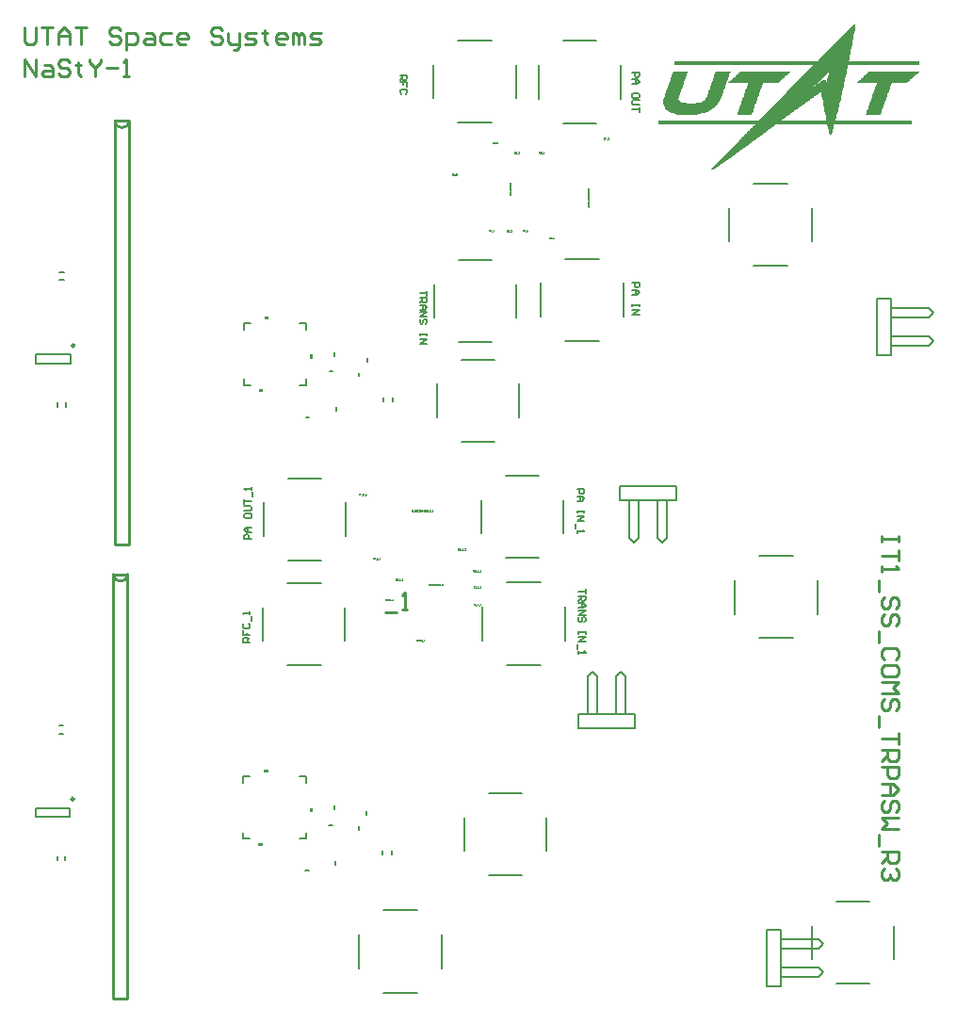
<source format=gto>
%FSLAX25Y25*%
%MOIN*%
G70*
G01*
G75*
%ADD10R,0.07000X0.07000*%
%ADD11C,0.06000*%
%ADD12R,0.07000X0.07000*%
%ADD13R,0.06850X0.06850*%
%ADD14R,0.02756X0.03543*%
%ADD15R,0.03543X0.02756*%
%ADD16R,0.02362X0.01969*%
%ADD17R,0.03740X0.03347*%
%ADD18R,0.01969X0.02362*%
%ADD19R,0.14600X0.14600*%
%ADD20R,0.01102X0.03347*%
%ADD21R,0.03347X0.01102*%
%ADD22R,0.02362X0.03347*%
%ADD23R,0.03150X0.03543*%
%ADD24R,0.10630X0.06299*%
%ADD25R,0.03543X0.03150*%
%ADD26R,0.06850X0.06850*%
%ADD27R,0.05906X0.05906*%
%ADD28R,0.00394X0.00394*%
%ADD29R,0.02520X0.01102*%
%ADD30R,0.09016X0.03504*%
%ADD31R,0.03740X0.03740*%
%ADD32R,0.01024X0.03152*%
%ADD33R,0.01555X0.01969*%
%ADD34R,0.00906X0.02953*%
%ADD35R,0.02953X0.00906*%
%ADD36R,0.03740X0.03740*%
%ADD37R,0.01969X0.01575*%
%ADD38R,0.01575X0.01969*%
%ADD39R,0.06299X0.10630*%
%ADD40R,0.05906X0.05906*%
%ADD41R,0.00394X0.00394*%
%ADD42R,0.01102X0.02520*%
%ADD43R,0.01969X0.01555*%
%ADD44R,0.03152X0.01024*%
%ADD45R,0.03504X0.09016*%
%ADD46C,0.02000*%
%ADD47C,0.01800*%
%ADD48C,0.00800*%
%ADD49C,0.01200*%
%ADD50C,0.01000*%
%ADD51C,0.04000*%
%ADD52C,0.02500*%
%ADD53C,0.01600*%
%ADD54C,0.01400*%
%ADD55C,0.03000*%
%ADD56C,0.03500*%
%ADD57R,0.08000X0.04000*%
%ADD58R,0.06127X0.02573*%
%ADD59R,0.02300X0.05200*%
%ADD60R,0.11500X0.03000*%
%ADD61R,0.22500X0.04500*%
%ADD62R,0.06500X0.07500*%
%ADD63R,0.10500X0.12500*%
%ADD64R,0.09500X0.14000*%
%ADD65R,0.02500X0.03000*%
%ADD66R,0.00532X0.00500*%
%ADD67R,0.01300X0.01400*%
%ADD68R,0.00469X0.00500*%
%ADD69R,0.01500X0.01432*%
%ADD70R,0.01102X0.02520*%
%ADD71R,0.11000X0.07500*%
%ADD72R,0.30764X0.02754*%
%ADD73R,0.06000X0.03747*%
%ADD74R,0.24764X0.03746*%
%ADD75R,0.15000X0.10600*%
%ADD76R,0.07000X0.15000*%
%ADD77R,0.40000X0.14000*%
%ADD78R,0.21500X0.25500*%
%ADD79R,0.34000X0.08500*%
%ADD80R,0.06000X0.14000*%
%ADD81R,0.18736X0.08500*%
%ADD82R,0.18000X0.07000*%
%ADD83R,0.09000X0.04500*%
%ADD84R,0.05197X0.05197*%
%ADD85R,0.04500X0.09000*%
%ADD86R,0.07000X0.18000*%
%ADD87R,0.08500X0.18736*%
%ADD88R,0.14000X0.06000*%
%ADD89R,0.03746X0.06000*%
%ADD90R,0.08500X0.34000*%
%ADD91R,0.25500X0.21500*%
%ADD92R,0.14000X0.40000*%
%ADD93R,0.15000X0.07000*%
%ADD94R,0.10600X0.15000*%
%ADD95R,0.03746X0.24764*%
%ADD96R,0.02754X0.30764*%
%ADD97R,0.02300X0.05100*%
%ADD98R,0.02520X0.01102*%
%ADD99R,0.07500X0.11000*%
%ADD100R,0.00958X0.00358*%
%ADD101R,0.04000X0.03142*%
%ADD102R,0.03500X0.04000*%
%ADD103C,0.07000*%
%ADD104C,0.02000*%
%ADD105C,0.03000*%
%ADD106C,0.01000*%
%ADD107C,0.00800*%
%ADD108C,0.04000*%
%ADD109C,0.01299*%
%ADD110C,0.05000*%
%ADD111C,0.09200*%
%ADD112C,0.08200*%
%ADD113C,0.05000*%
%ADD114C,0.05500*%
%ADD115C,0.04800*%
%ADD116C,0.05299*%
%ADD117C,0.00984*%
%ADD118C,0.00787*%
%ADD119C,0.00600*%
%ADD120C,0.00200*%
%ADD121C,0.00100*%
%ADD122C,0.00500*%
G36*
X312347Y398167D02*
X310846D01*
Y399167D01*
X312347D01*
Y398167D01*
D02*
G37*
G36*
X327967Y384016D02*
X326967D01*
Y385516D01*
X327967D01*
Y384016D01*
D02*
G37*
G36*
X310378Y372333D02*
X308877D01*
Y373333D01*
X310378D01*
Y372333D01*
D02*
G37*
G36*
X312523Y558667D02*
X311023D01*
Y559667D01*
X312523D01*
Y558667D01*
D02*
G37*
G36*
X328144Y544516D02*
X327144D01*
Y546016D01*
X328144D01*
Y544516D01*
D02*
G37*
G36*
X310554Y532833D02*
X309054D01*
Y533833D01*
X310554D01*
Y532833D01*
D02*
G37*
D50*
X257597Y468297D02*
G03*
X262597Y468297I2500J0D01*
G01*
X258097Y628797D02*
G03*
X263097Y628797I2500J0D01*
G01*
X262597Y318297D02*
Y468297D01*
X257597Y318297D02*
X262597D01*
X257597D02*
Y468297D01*
X262597D01*
X257597D02*
X262597D01*
X263097Y478797D02*
Y628797D01*
X258097Y478797D02*
X263097D01*
X258097D02*
Y628797D01*
X263097D01*
X258097D02*
X263097D01*
X353600Y454900D02*
X357599D01*
X359598Y455900D02*
X361597D01*
X360598D01*
Y461898D01*
X359598Y460898D01*
X535498Y482000D02*
Y480001D01*
Y481000D01*
X529500D01*
Y482000D01*
Y480001D01*
X535498Y477002D02*
Y473003D01*
Y475002D01*
X529500D01*
Y471004D02*
Y469004D01*
Y470004D01*
X535498D01*
X534498Y471004D01*
X528500Y466005D02*
Y462007D01*
X534498Y456008D02*
X535498Y457008D01*
Y459007D01*
X534498Y460007D01*
X533499D01*
X532499Y459007D01*
Y457008D01*
X531499Y456008D01*
X530500D01*
X529500Y457008D01*
Y459007D01*
X530500Y460007D01*
X534498Y450010D02*
X535498Y451010D01*
Y453009D01*
X534498Y454009D01*
X533499D01*
X532499Y453009D01*
Y451010D01*
X531499Y450010D01*
X530500D01*
X529500Y451010D01*
Y453009D01*
X530500Y454009D01*
X528500Y448011D02*
Y444012D01*
X534498Y438014D02*
X535498Y439014D01*
Y441013D01*
X534498Y442013D01*
X530500D01*
X529500Y441013D01*
Y439014D01*
X530500Y438014D01*
X535498Y433016D02*
Y435015D01*
X534498Y436015D01*
X530500D01*
X529500Y435015D01*
Y433016D01*
X530500Y432016D01*
X534498D01*
X535498Y433016D01*
X529500Y430017D02*
X535498D01*
X533499Y428018D01*
X535498Y426018D01*
X529500D01*
X534498Y420020D02*
X535498Y421020D01*
Y423019D01*
X534498Y424019D01*
X533499D01*
X532499Y423019D01*
Y421020D01*
X531499Y420020D01*
X530500D01*
X529500Y421020D01*
Y423019D01*
X530500Y424019D01*
X528500Y418021D02*
Y414022D01*
X535498Y412023D02*
Y408024D01*
Y410023D01*
X529500D01*
Y406025D02*
X535498D01*
Y403026D01*
X534498Y402026D01*
X532499D01*
X531499Y403026D01*
Y406025D01*
Y404025D02*
X529500Y402026D01*
Y400027D02*
X535498D01*
Y397027D01*
X534498Y396028D01*
X532499D01*
X531499Y397027D01*
Y400027D01*
X529500Y394028D02*
X533499D01*
X535498Y392029D01*
X533499Y390030D01*
X529500D01*
X532499D01*
Y394028D01*
X534498Y384032D02*
X535498Y385031D01*
Y387031D01*
X534498Y388030D01*
X533499D01*
X532499Y387031D01*
Y385031D01*
X531499Y384032D01*
X530500D01*
X529500Y385031D01*
Y387031D01*
X530500Y388030D01*
X535498Y382032D02*
X529500D01*
X531499Y380033D01*
X529500Y378034D01*
X535498D01*
X528500Y376034D02*
Y372036D01*
X529500Y370036D02*
X535498D01*
Y367037D01*
X534498Y366038D01*
X532499D01*
X531499Y367037D01*
Y370036D01*
Y368037D02*
X529500Y366038D01*
X534498Y364038D02*
X535498Y363038D01*
Y361039D01*
X534498Y360039D01*
X533499D01*
X532499Y361039D01*
Y362039D01*
Y361039D01*
X531499Y360039D01*
X530500D01*
X529500Y361039D01*
Y363038D01*
X530500Y364038D01*
X226000Y661998D02*
Y657000D01*
X227000Y656000D01*
X228999D01*
X229999Y657000D01*
Y661998D01*
X231998D02*
X235997D01*
X233997D01*
Y656000D01*
X237996D02*
Y659999D01*
X239996Y661998D01*
X241995Y659999D01*
Y656000D01*
Y658999D01*
X237996D01*
X243994Y661998D02*
X247993D01*
X245993D01*
Y656000D01*
X259989Y660998D02*
X258989Y661998D01*
X256990D01*
X255990Y660998D01*
Y659999D01*
X256990Y658999D01*
X258989D01*
X259989Y657999D01*
Y657000D01*
X258989Y656000D01*
X256990D01*
X255990Y657000D01*
X261988Y654001D02*
Y659999D01*
X264987D01*
X265987Y658999D01*
Y657000D01*
X264987Y656000D01*
X261988D01*
X268986Y659999D02*
X270985D01*
X271985Y658999D01*
Y656000D01*
X268986D01*
X267986Y657000D01*
X268986Y657999D01*
X271985D01*
X277983Y659999D02*
X274984D01*
X273985Y658999D01*
Y657000D01*
X274984Y656000D01*
X277983D01*
X282982D02*
X280982D01*
X279982Y657000D01*
Y658999D01*
X280982Y659999D01*
X282982D01*
X283981Y658999D01*
Y657999D01*
X279982D01*
X295977Y660998D02*
X294978Y661998D01*
X292978D01*
X291979Y660998D01*
Y659999D01*
X292978Y658999D01*
X294978D01*
X295977Y657999D01*
Y657000D01*
X294978Y656000D01*
X292978D01*
X291979Y657000D01*
X297977Y659999D02*
Y657000D01*
X298976Y656000D01*
X301975D01*
Y655000D01*
X300976Y654001D01*
X299976D01*
X301975Y656000D02*
Y659999D01*
X303975Y656000D02*
X306974D01*
X307974Y657000D01*
X306974Y657999D01*
X304975D01*
X303975Y658999D01*
X304975Y659999D01*
X307974D01*
X310972Y660998D02*
Y659999D01*
X309973D01*
X311972D01*
X310972D01*
Y657000D01*
X311972Y656000D01*
X317970D02*
X315971D01*
X314971Y657000D01*
Y658999D01*
X315971Y659999D01*
X317970D01*
X318970Y658999D01*
Y657999D01*
X314971D01*
X320969Y656000D02*
Y659999D01*
X321969D01*
X322969Y658999D01*
Y656000D01*
Y658999D01*
X323968Y659999D01*
X324968Y658999D01*
Y656000D01*
X326967D02*
X329966D01*
X330966Y657000D01*
X329966Y657999D01*
X327967D01*
X326967Y658999D01*
X327967Y659999D01*
X330966D01*
X226000Y644500D02*
Y650498D01*
X229999Y644500D01*
Y650498D01*
X232998Y648499D02*
X234997D01*
X235997Y647499D01*
Y644500D01*
X232998D01*
X231998Y645500D01*
X232998Y646499D01*
X235997D01*
X241995Y649498D02*
X240995Y650498D01*
X238996D01*
X237996Y649498D01*
Y648499D01*
X238996Y647499D01*
X240995D01*
X241995Y646499D01*
Y645500D01*
X240995Y644500D01*
X238996D01*
X237996Y645500D01*
X244994Y649498D02*
Y648499D01*
X243994D01*
X245993D01*
X244994D01*
Y645500D01*
X245993Y644500D01*
X248993Y650498D02*
Y649498D01*
X250992Y647499D01*
X252991Y649498D01*
Y650498D01*
X250992Y647499D02*
Y644500D01*
X254991Y647499D02*
X258989D01*
X260989Y644500D02*
X262988D01*
X261988D01*
Y650498D01*
X260989Y649498D01*
D117*
X243623Y388769D02*
G03*
X243623Y388769I-492J0D01*
G01*
X243800Y549269D02*
G03*
X243800Y549269I-492J0D01*
G01*
D118*
X319280Y502319D02*
X331130D01*
X310638Y481827D02*
Y493677D01*
X319280Y473185D02*
X331130D01*
X339772Y481827D02*
Y493677D01*
X396346Y503205D02*
X408197D01*
X387705Y482713D02*
Y494563D01*
X396346Y474071D02*
X408197D01*
X416839Y482713D02*
Y494563D01*
X319083Y465213D02*
X330933D01*
X310441Y444721D02*
Y456571D01*
X319083Y436079D02*
X330933D01*
X339575Y444721D02*
Y456571D01*
X388173Y444894D02*
Y456744D01*
X396815Y436252D02*
X408665D01*
X417307Y444894D02*
Y456744D01*
X396815Y465386D02*
X408665D01*
X379694Y579527D02*
X391544D01*
X371052Y559035D02*
Y570885D01*
X379694Y550393D02*
X391544D01*
X400186Y559035D02*
Y570885D01*
X400013Y636767D02*
Y648617D01*
X379521Y657259D02*
X391371D01*
X370879Y636767D02*
Y648617D01*
X379521Y628125D02*
X391371D01*
X437119Y636570D02*
Y648420D01*
X416627Y657062D02*
X428477D01*
X407985Y636570D02*
Y648420D01*
X416627Y627928D02*
X428477D01*
X438005Y559503D02*
Y571353D01*
X417513Y579995D02*
X429363D01*
X408871Y559503D02*
Y571353D01*
X417513Y550861D02*
X429363D01*
X493700Y322500D02*
Y342500D01*
X488700D02*
X493700D01*
X488700Y322500D02*
X493700D01*
X488700D02*
Y342500D01*
X493700Y325833D02*
X507033D01*
X508700Y327500D01*
X507033Y329167D02*
X508700Y327500D01*
X493700Y329167D02*
X507033D01*
X493700Y335833D02*
X507033D01*
X508700Y337500D01*
X507033Y339167D02*
X508700Y337500D01*
X493700Y339167D02*
X507033D01*
X344487Y328936D02*
Y340787D01*
X353128Y320294D02*
X364979D01*
X373621Y328936D02*
Y340787D01*
X353128Y349428D02*
X364979D01*
X238310Y414675D02*
X239885D01*
X238310Y411919D02*
X239885D01*
X240475Y367010D02*
Y368585D01*
X237719Y367010D02*
Y368585D01*
X325459Y363419D02*
X326641D01*
X333859Y379519D02*
X335040D01*
X344381Y377959D02*
Y379140D01*
X335719Y385159D02*
Y386341D01*
X356219Y369160D02*
Y370341D01*
X352881Y369159D02*
Y370340D01*
X336219Y365659D02*
Y366841D01*
X347219Y383159D02*
Y384341D01*
X229942Y382470D02*
X242147D01*
X229942Y385619D02*
X242147D01*
X229942Y382470D02*
Y385619D01*
X242147Y382470D02*
Y385619D01*
X422264Y418923D02*
X442264D01*
X422264Y413923D02*
Y418923D01*
X442264Y413923D02*
Y418923D01*
X422264Y413923D02*
X442264D01*
X438930Y418923D02*
Y432257D01*
X437264Y433923D02*
X438930Y432257D01*
X435597D02*
X437264Y433923D01*
X435597Y418923D02*
Y432257D01*
X428930Y418923D02*
Y432257D01*
X427264Y433923D02*
X428930Y432257D01*
X425597D02*
X427264Y433923D01*
X425597Y418923D02*
Y432257D01*
X504658Y332100D02*
Y343950D01*
X513300Y323458D02*
X525150D01*
X533792Y332100D02*
Y343950D01*
X513300Y352592D02*
X525150D01*
X390375Y361733D02*
X402225D01*
X410867Y370375D02*
Y382225D01*
X390375Y390867D02*
X402225D01*
X381733Y370375D02*
Y382225D01*
X238487Y575175D02*
X240061D01*
X238487Y572419D02*
X240061D01*
X240652Y527510D02*
Y529085D01*
X237896Y527510D02*
Y529085D01*
X380602Y544317D02*
X392452D01*
X371960Y523825D02*
Y535675D01*
X380602Y515183D02*
X392452D01*
X401094Y523825D02*
Y535675D01*
X477587Y454336D02*
Y466187D01*
X486228Y445694D02*
X498079D01*
X506720Y454336D02*
Y466187D01*
X486228Y474828D02*
X498079D01*
X475587Y586036D02*
Y597887D01*
X484228Y577394D02*
X496079D01*
X504720Y586036D02*
Y597887D01*
X484228Y606528D02*
X496079D01*
X325636Y523919D02*
X326817D01*
X334036Y540019D02*
X335217D01*
X344557Y538459D02*
Y539641D01*
X335896Y545659D02*
Y546841D01*
X356396Y529660D02*
Y530841D01*
X353058Y529659D02*
Y530840D01*
X336396Y526159D02*
Y527341D01*
X347396Y543659D02*
Y544841D01*
X230119Y542970D02*
X242324D01*
X230119Y546119D02*
X242324D01*
X230119Y542970D02*
Y546119D01*
X242324Y542970D02*
Y546119D01*
X436777Y494498D02*
X456777D01*
Y499498D01*
X436777Y494498D02*
Y499498D01*
X456777D01*
X440110Y481164D02*
Y494498D01*
Y481164D02*
X441777Y479498D01*
X443443Y481164D01*
X443443Y481164D02*
Y494498D01*
X450110Y481164D02*
Y494498D01*
Y481164D02*
X451777Y479498D01*
X453443Y481164D01*
Y494498D01*
X532777Y545998D02*
Y565998D01*
X527777D02*
X532777D01*
X527777Y545998D02*
X532777D01*
X527777D02*
Y565998D01*
X532777Y549331D02*
X546110D01*
X547777Y550998D01*
X546110Y552664D02*
X547777Y550998D01*
X532777Y552664D02*
X546110D01*
X532777Y559331D02*
X546110D01*
X547777Y560998D01*
X546110Y562664D02*
X547777Y560998D01*
X532777Y562664D02*
X546110D01*
D119*
X323303Y374700D02*
X325600D01*
X303500D02*
Y376999D01*
Y394501D02*
Y396800D01*
X323303D02*
X325600D01*
Y374700D02*
Y376999D01*
X303500Y374700D02*
X305797D01*
X325600Y394501D02*
Y396800D01*
X303500D02*
X305797D01*
X323479Y535200D02*
X325777D01*
X303677D02*
Y537499D01*
Y555001D02*
Y557300D01*
X323479D02*
X325777D01*
Y535200D02*
Y537499D01*
X303677Y535200D02*
X305974D01*
X325777Y555001D02*
Y557300D01*
X303677D02*
X305974D01*
D120*
X456000Y649300D02*
X542400D01*
X452800Y633300D02*
X469200D01*
X490200D02*
X499400D01*
X524600D02*
X529400D01*
X456200Y649900D02*
X542400D01*
X456200Y649700D02*
X542400D01*
X456200Y649500D02*
X542400D01*
X456000Y649100D02*
X542400D01*
X456000Y648900D02*
X542400D01*
X525200Y646300D02*
X542400D01*
X524800Y646100D02*
X542200D01*
X524600Y645900D02*
X542000D01*
X524400Y645700D02*
X541800D01*
X524200Y645500D02*
X541600D01*
X524000Y645300D02*
X541200D01*
X523800Y645100D02*
X541000D01*
X523600Y644900D02*
X540800D01*
X523200Y644700D02*
X540600D01*
X523000Y644500D02*
X540400D01*
X522800Y644300D02*
X540200D01*
X522600Y644100D02*
X540000D01*
X522400Y643900D02*
X539600D01*
X522200Y643700D02*
X539400D01*
X522000Y643500D02*
X539200D01*
X521800Y643300D02*
X539000D01*
X521400Y643100D02*
X538800D01*
X521200Y642900D02*
X538600D01*
X521000Y642700D02*
X538400D01*
X520800Y642500D02*
X538200D01*
X497200Y640500D02*
X504400D01*
X497000Y640300D02*
X504200D01*
X496800Y640100D02*
X515400D01*
X496600Y639900D02*
X515400D01*
X496400Y639700D02*
X515200D01*
X496200Y639500D02*
X515200D01*
X496000Y639300D02*
X507800D01*
X495800Y639100D02*
X507600D01*
X495600Y638900D02*
X507200D01*
X495600Y638700D02*
X507000D01*
X495400Y638500D02*
X506600D01*
X495200Y638300D02*
X506400D01*
X495000Y638100D02*
X506000D01*
X494800Y637900D02*
X505800D01*
X494600Y637700D02*
X505600D01*
X494400Y637500D02*
X505200D01*
X494200Y637300D02*
X505000D01*
X494000Y637100D02*
X504600D01*
X493800Y636900D02*
X504400D01*
X493600Y636700D02*
X504000D01*
X493400Y636500D02*
X503800D01*
X493200Y636300D02*
X503600D01*
X493000Y636100D02*
X503200D01*
X492800Y635900D02*
X503000D01*
X492600Y635700D02*
X502600D01*
X492400Y635500D02*
X502400D01*
X464800Y635300D02*
X471200D01*
X492200D02*
X502200D01*
X525200D02*
X530200D01*
X463600Y635100D02*
X471000D01*
X492000D02*
X501800D01*
X525200D02*
X530000D01*
X452200Y634900D02*
X471000D01*
X491800D02*
X501600D01*
X525200D02*
X530000D01*
X452200Y634700D02*
X470800D01*
X491600D02*
X501400D01*
X525000D02*
X530000D01*
X452400Y634500D02*
X470600D01*
X491400D02*
X501000D01*
X525000D02*
X529800D01*
X452400Y634300D02*
X470400D01*
X491200D02*
X500800D01*
X525000D02*
X529800D01*
X452400Y634100D02*
X470200D01*
X491000D02*
X500400D01*
X524800D02*
X529800D01*
X452600Y633900D02*
X470000D01*
X490800D02*
X500200D01*
X524800D02*
X529600D01*
X452600Y633700D02*
X469800D01*
X490600D02*
X499800D01*
X524800D02*
X529600D01*
X452800Y633500D02*
X469600D01*
X490400D02*
X499600D01*
X524600D02*
X529400D01*
X453000Y633100D02*
X469000D01*
X490000D02*
X499000D01*
X524600D02*
X529400D01*
X453200Y632900D02*
X468600D01*
X489800D02*
X498800D01*
X524400D02*
X529200D01*
X453400Y632700D02*
X468400D01*
X489600D02*
X498600D01*
X524400D02*
X529200D01*
X453600Y632500D02*
X468000D01*
X489400D02*
X498200D01*
X524200D02*
X529200D01*
X454000Y632300D02*
X467600D01*
X489200D02*
X498000D01*
X454400Y632100D02*
X467200D01*
X489000D02*
X497800D01*
X454800Y631900D02*
X466600D01*
X488800D02*
X497400D01*
X455200Y631700D02*
X466000D01*
X488600D02*
X497200D01*
X456000Y631500D02*
X465200D01*
X450600Y628900D02*
X539600D01*
X450400Y628700D02*
X539600D01*
X450400Y628500D02*
X539600D01*
X450400Y628300D02*
X539600D01*
X450400Y628100D02*
X539600D01*
X450400Y627900D02*
X539600D01*
X450400Y627700D02*
X539600D01*
X469000Y641300D02*
X473800D01*
X481800D02*
X486800D01*
X482400Y625300D02*
X488400D01*
X474600Y617300D02*
X477400D01*
X514000Y657300D02*
X518800D01*
X498000Y641300D02*
X505200D01*
X505800D02*
X515600D01*
X509000Y633300D02*
X513800D01*
X453200Y639500D02*
X458000D01*
X453200Y639300D02*
X458000D01*
X453200Y639100D02*
X458000D01*
X453000Y638900D02*
X457800D01*
X453000Y638700D02*
X457800D01*
X452800Y638500D02*
X457800D01*
X452800Y638300D02*
X457600D01*
X452800Y638100D02*
X457600D01*
X452600Y637900D02*
X457400D01*
X452600Y637700D02*
X457400D01*
X452600Y637500D02*
X457400D01*
X452400Y637300D02*
X457400D01*
X452400Y637100D02*
X457200D01*
X452400Y636900D02*
X457200D01*
X452400Y636700D02*
X457200D01*
X452200Y636500D02*
X457200D01*
X452200Y636300D02*
X457200D01*
X452200Y636100D02*
X457400D01*
X452200Y635900D02*
X457400D01*
X452200Y635700D02*
X457600D01*
X452200Y635500D02*
X458000D01*
X452200Y635300D02*
X458600D01*
X452200Y635100D02*
X460200D01*
X456800Y631300D02*
X464200D01*
X458600Y631100D02*
X462800D01*
X479600Y646300D02*
X496800D01*
X479400Y646100D02*
X496600D01*
X479200Y645900D02*
X496400D01*
X478800Y645700D02*
X496200D01*
X478600Y645500D02*
X496000D01*
X478400Y645300D02*
X495800D01*
X478200Y645100D02*
X495600D01*
X478000Y644900D02*
X495200D01*
X477800Y644700D02*
X495000D01*
X477600Y644500D02*
X494800D01*
X477200Y644300D02*
X494600D01*
X477000Y644100D02*
X494400D01*
X476800Y643900D02*
X494200D01*
X476600Y643700D02*
X494000D01*
X476400Y643500D02*
X493600D01*
X476200Y643300D02*
X493400D01*
X476000Y643100D02*
X493200D01*
X475800Y642900D02*
X493000D01*
X475400Y642700D02*
X492800D01*
X475200Y642500D02*
X492600D01*
X469200Y642300D02*
X474200D01*
X482200D02*
X487000D01*
X469200Y642100D02*
X474000D01*
X482200D02*
X487000D01*
X469200Y641900D02*
X474000D01*
X482000D02*
X487000D01*
X469000Y641700D02*
X474000D01*
X482000D02*
X486800D01*
X469000Y641500D02*
X473800D01*
X482000D02*
X486800D01*
X468800Y641100D02*
X473800D01*
X481800D02*
X486600D01*
X468800Y640900D02*
X473600D01*
X481800D02*
X486600D01*
X468800Y640700D02*
X473600D01*
X481600D02*
X486400D01*
X468600Y640500D02*
X473600D01*
X481600D02*
X486400D01*
X468600Y640300D02*
X473400D01*
X481600D02*
X486400D01*
X468600Y640100D02*
X473400D01*
X481400D02*
X486200D01*
X468400Y639900D02*
X473200D01*
X481400D02*
X486200D01*
X468400Y639700D02*
X473200D01*
X481200D02*
X486200D01*
X468200Y639500D02*
X473200D01*
X481200D02*
X486000D01*
X468200Y639300D02*
X473000D01*
X481200D02*
X486000D01*
X468200Y639100D02*
X473000D01*
X481000D02*
X486000D01*
X468000Y638900D02*
X473000D01*
X481000D02*
X485800D01*
X468000Y638700D02*
X472800D01*
X481000D02*
X485800D01*
X468000Y638500D02*
X472800D01*
X480800D02*
X485800D01*
X467800Y638300D02*
X472800D01*
X480800D02*
X485600D01*
X467800Y638100D02*
X472600D01*
X480800D02*
X485600D01*
X467800Y637900D02*
X472600D01*
X480600D02*
X485600D01*
X467600Y637700D02*
X472600D01*
X480600D02*
X485400D01*
X467600Y637500D02*
X472400D01*
X480600D02*
X485400D01*
X467400Y637300D02*
X472400D01*
X480400D02*
X485200D01*
X467400Y637100D02*
X472200D01*
X480400D02*
X485200D01*
X467200Y636900D02*
X472200D01*
X480400D02*
X485200D01*
X467200Y636700D02*
X472000D01*
X467000Y636500D02*
X472000D01*
X466800Y636300D02*
X471800D01*
X466600Y636100D02*
X471800D01*
X466400Y635900D02*
X471600D01*
X466000Y635700D02*
X471600D01*
X465600Y635500D02*
X471400D01*
X488400Y631500D02*
X496800D01*
X488200Y631300D02*
X496600D01*
X488000Y631100D02*
X496400D01*
X487800Y630900D02*
X496000D01*
X487600Y630700D02*
X495800D01*
X487400Y630500D02*
X495400D01*
X487200Y630300D02*
X495200D01*
X487000Y630100D02*
X495000D01*
X486800Y629900D02*
X494600D01*
X486600Y629700D02*
X494400D01*
X486400Y629500D02*
X494200D01*
X486200Y629300D02*
X493800D01*
X486000Y629100D02*
X493600D01*
X484600Y627500D02*
X491400D01*
X484400Y627300D02*
X491200D01*
X484200Y627100D02*
X490800D01*
X484000Y626900D02*
X490600D01*
X483800Y626700D02*
X490400D01*
X483600Y626500D02*
X490000D01*
X483400Y626300D02*
X489800D01*
X483200Y626100D02*
X489600D01*
X483000Y625900D02*
X489200D01*
X482800Y625700D02*
X489000D01*
X482600Y625500D02*
X488800D01*
X482200Y625100D02*
X488200D01*
X482000Y624900D02*
X488000D01*
X481800Y624700D02*
X487600D01*
X481600Y624500D02*
X487400D01*
X481400Y624300D02*
X487000D01*
X481200Y624100D02*
X486800D01*
X481000Y623900D02*
X486600D01*
X480800Y623700D02*
X486200D01*
X480600Y623500D02*
X486000D01*
X480400Y623300D02*
X485800D01*
X480200Y623100D02*
X485400D01*
X480000Y622900D02*
X485200D01*
X477200Y619900D02*
X481000D01*
X477000Y619700D02*
X480800D01*
X476800Y619500D02*
X480600D01*
X476600Y619300D02*
X480200D01*
X476400Y619100D02*
X480000D01*
X476200Y618900D02*
X479800D01*
X476000Y618700D02*
X479400D01*
X475800Y618500D02*
X479200D01*
X475600Y618300D02*
X478800D01*
X475400Y618100D02*
X478600D01*
X475200Y617900D02*
X478400D01*
X475000Y617700D02*
X478000D01*
X474800Y617500D02*
X477800D01*
X474400Y617100D02*
X477200D01*
X469200Y611700D02*
X469600D01*
X517200Y660500D02*
X519400D01*
X517000Y660300D02*
X519400D01*
X516800Y660100D02*
X519400D01*
X516600Y659900D02*
X519400D01*
X516400Y659700D02*
X519400D01*
X516200Y659500D02*
X519200D01*
X516000Y659300D02*
X519200D01*
X515800Y659100D02*
X519200D01*
X515600Y658900D02*
X519200D01*
X515400Y658700D02*
X519200D01*
X515200Y658500D02*
X519000D01*
X515000Y658300D02*
X519000D01*
X514800Y658100D02*
X519000D01*
X514600Y657900D02*
X519000D01*
X514400Y657700D02*
X519000D01*
X514200Y657500D02*
X518800D01*
X513800Y657100D02*
X518800D01*
X513600Y656900D02*
X518800D01*
X513400Y656700D02*
X518800D01*
X513200Y656500D02*
X518600D01*
X513000Y656300D02*
X518600D01*
X512800Y656100D02*
X518600D01*
X512600Y655900D02*
X518600D01*
X512400Y655700D02*
X518600D01*
X512200Y655500D02*
X518600D01*
X512000Y655300D02*
X518400D01*
X511800Y655100D02*
X518400D01*
X511600Y654900D02*
X518400D01*
X511400Y654700D02*
X518400D01*
X511200Y654500D02*
X518400D01*
X511000Y654300D02*
X518200D01*
X510800Y654100D02*
X518200D01*
X510600Y653900D02*
X518200D01*
X510400Y653700D02*
X518200D01*
X510200Y653500D02*
X518200D01*
X510000Y653300D02*
X518000D01*
X509800Y653100D02*
X518000D01*
X509600Y652900D02*
X518000D01*
X509400Y652700D02*
X518000D01*
X509200Y652500D02*
X518000D01*
X509000Y652300D02*
X517800D01*
X508800Y652100D02*
X517800D01*
X508600Y651900D02*
X517800D01*
X508400Y651700D02*
X517800D01*
X508200Y651500D02*
X517800D01*
X508000Y651300D02*
X517600D01*
X507800Y651100D02*
X517600D01*
X507600Y650900D02*
X517600D01*
X507400Y650700D02*
X517600D01*
X507200Y650500D02*
X517600D01*
X507000Y650300D02*
X517400D01*
X507000Y650100D02*
X517400D01*
X505600Y648700D02*
X517200D01*
X505200Y648500D02*
X517200D01*
X505000Y648300D02*
X517000D01*
X504800Y648100D02*
X517000D01*
X504600Y647900D02*
X517000D01*
X504400Y647700D02*
X517000D01*
X504200Y647500D02*
X517000D01*
X504000Y647300D02*
X516800D01*
X503800Y647100D02*
X516800D01*
X503600Y646900D02*
X516800D01*
X503400Y646700D02*
X516800D01*
X503200Y646500D02*
X510600D01*
X503000Y646300D02*
X510400D01*
X502800Y646100D02*
X510200D01*
X502600Y645900D02*
X510000D01*
X502400Y645700D02*
X509800D01*
X502200Y645500D02*
X509600D01*
X502000Y645300D02*
X509400D01*
X501800Y645100D02*
X509200D01*
X501200Y644500D02*
X508600D01*
X501000Y644300D02*
X508400D01*
X500800Y644100D02*
X508200D01*
X500600Y643900D02*
X508000D01*
X500400Y643700D02*
X507800D01*
X500200Y643500D02*
X507600D01*
X500000Y643300D02*
X507400D01*
X508800D02*
X509400D01*
X499800Y643100D02*
X507200D01*
X508400D02*
X509400D01*
X499600Y642900D02*
X507000D01*
X508200D02*
X509400D01*
X499400Y642700D02*
X506800D01*
X507800D02*
X509400D01*
X499200Y642500D02*
X506600D01*
X507600D02*
X509600D01*
X499000Y642300D02*
X506400D01*
X507200D02*
X509600D01*
X498800Y642100D02*
X506200D01*
X507000D02*
X509600D01*
X498600Y641900D02*
X506000D01*
X506800D02*
X509600D01*
X498400Y641700D02*
X505600D01*
X506400D02*
X515800D01*
X498200Y641500D02*
X505400D01*
X506200D02*
X515600D01*
X497800Y641100D02*
X505000D01*
X505600D02*
X515600D01*
X497600Y640900D02*
X504800D01*
X505200D02*
X515600D01*
X497400Y640700D02*
X504600D01*
X505000D02*
X515400D01*
X504600Y640500D02*
X515400D01*
X504400Y640300D02*
X515400D01*
X508000Y639300D02*
X515200D01*
X508000Y639100D02*
X515200D01*
X508000Y638900D02*
X515000D01*
X508000Y638700D02*
X515000D01*
X508200Y638500D02*
X515000D01*
X508200Y638300D02*
X515000D01*
X508200Y638100D02*
X515000D01*
X508200Y637900D02*
X514800D01*
X508200Y637700D02*
X514800D01*
X508200Y637500D02*
X514800D01*
X508400Y637300D02*
X514800D01*
X508400Y637100D02*
X514600D01*
X508400Y636900D02*
X514600D01*
X508400Y636700D02*
X514600D01*
X508400Y636500D02*
X514600D01*
X508600Y636300D02*
X514600D01*
X508600Y636100D02*
X514400D01*
X508600Y635900D02*
X514400D01*
X508600Y635700D02*
X514400D01*
X508600Y635500D02*
X514400D01*
X508600Y635300D02*
X514200D01*
X508800Y635100D02*
X514200D01*
X508800Y634900D02*
X514200D01*
X508800Y634700D02*
X514200D01*
X508800Y634500D02*
X514000D01*
X508800Y634300D02*
X514000D01*
X509000Y634100D02*
X514000D01*
X509000Y633900D02*
X514000D01*
X509000Y633700D02*
X513800D01*
X509000Y633500D02*
X513800D01*
X509200Y633100D02*
X513800D01*
X509200Y632900D02*
X513600D01*
X509200Y632700D02*
X513600D01*
X509200Y632500D02*
X513600D01*
X509200Y632300D02*
X513600D01*
X524200D02*
X529000D01*
X509200Y632100D02*
X513400D01*
X524200D02*
X529000D01*
X524000Y631900D02*
X529000D01*
X524000Y631700D02*
X528800D01*
X524000Y631500D02*
X528800D01*
X523800Y631300D02*
X528800D01*
X453800Y641300D02*
X458800D01*
X479000Y633300D02*
X483800D01*
X510600Y625300D02*
X511600D01*
X527400Y641300D02*
X532200D01*
X455600Y646300D02*
X460400D01*
X455600Y646100D02*
X460400D01*
X455600Y645900D02*
X460400D01*
X455400Y645700D02*
X460200D01*
X455400Y645500D02*
X460200D01*
X455400Y645300D02*
X460200D01*
X455200Y645100D02*
X460000D01*
X455200Y644900D02*
X460000D01*
X455000Y644700D02*
X460000D01*
X455000Y644500D02*
X459800D01*
X455000Y644300D02*
X459800D01*
X454800Y644100D02*
X459800D01*
X454800Y643900D02*
X459600D01*
X454800Y643700D02*
X459600D01*
X454600Y643500D02*
X459400D01*
X454600Y643300D02*
X459400D01*
X454600Y643100D02*
X459400D01*
X454400Y642900D02*
X459200D01*
X454400Y642700D02*
X459200D01*
X454400Y642500D02*
X459200D01*
X454200Y642300D02*
X459000D01*
X454200Y642100D02*
X459000D01*
X454200Y641900D02*
X459000D01*
X454000Y641700D02*
X458800D01*
X454000Y641500D02*
X458800D01*
X453800Y641100D02*
X458600D01*
X453800Y640900D02*
X458600D01*
X453600Y640700D02*
X458400D01*
X453600Y640500D02*
X458400D01*
X453600Y640300D02*
X458400D01*
X453400Y640100D02*
X458200D01*
X453400Y639900D02*
X458200D01*
X453400Y639700D02*
X458200D01*
X470600Y646300D02*
X475600D01*
X470600Y646100D02*
X475400D01*
X470600Y645900D02*
X475400D01*
X470400Y645700D02*
X475400D01*
X470400Y645500D02*
X475200D01*
X470400Y645300D02*
X475200D01*
X470200Y645100D02*
X475200D01*
X470200Y644900D02*
X475000D01*
X470200Y644700D02*
X475000D01*
X470000Y644500D02*
X475000D01*
X470000Y644300D02*
X474800D01*
X470000Y644100D02*
X474800D01*
X469800Y643900D02*
X474800D01*
X469800Y643700D02*
X474600D01*
X469800Y643500D02*
X474600D01*
X469600Y643300D02*
X474400D01*
X469600Y643100D02*
X474400D01*
X469400Y642900D02*
X474400D01*
X469400Y642700D02*
X474200D01*
X469400Y642500D02*
X474200D01*
Y616900D02*
X477000D01*
X474000Y616700D02*
X476600D01*
X473800Y616500D02*
X476400D01*
X473600Y616300D02*
X476000D01*
X473400Y616100D02*
X475800D01*
X473200Y615900D02*
X475600D01*
X473000Y615700D02*
X475200D01*
X472800Y615500D02*
X475000D01*
X472600Y615300D02*
X474600D01*
X472400Y615100D02*
X474400D01*
X472200Y614900D02*
X474200D01*
X472000Y614700D02*
X473800D01*
X471800Y614500D02*
X473600D01*
X471600Y614300D02*
X473200D01*
X471400Y614100D02*
X473000D01*
X471200Y613900D02*
X472800D01*
X471000Y613700D02*
X472400D01*
X470800Y613500D02*
X472200D01*
X470600Y613300D02*
X471800D01*
X470400Y613100D02*
X471600D01*
X470200Y612900D02*
X471400D01*
X470000Y612700D02*
X471000D01*
X469800Y612500D02*
X470800D01*
X469600Y612300D02*
X470400D01*
X469400Y612100D02*
X470200D01*
X469400Y611900D02*
X469800D01*
X480200Y636700D02*
X485000D01*
X480200Y636500D02*
X485000D01*
X480000Y636300D02*
X485000D01*
X480000Y636100D02*
X484800D01*
X480000Y635900D02*
X484800D01*
X479800Y635700D02*
X484800D01*
X479800Y635500D02*
X484600D01*
X479800Y635300D02*
X484600D01*
X479600Y635100D02*
X484600D01*
X479600Y634900D02*
X484400D01*
X479600Y634700D02*
X484400D01*
X479400Y634500D02*
X484200D01*
X479400Y634300D02*
X484200D01*
X479400Y634100D02*
X484200D01*
X479200Y633900D02*
X484000D01*
X479200Y633700D02*
X484000D01*
X479200Y633500D02*
X484000D01*
X479000Y633100D02*
X483800D01*
X478800Y632900D02*
X483800D01*
X478800Y632700D02*
X483600D01*
X478800Y632500D02*
X483600D01*
X478600Y632300D02*
X483600D01*
X478600Y632100D02*
X483400D01*
X478600Y631900D02*
X483400D01*
X478400Y631700D02*
X483400D01*
X478400Y631500D02*
X483200D01*
X478400Y631300D02*
X483200D01*
X479800Y622700D02*
X485000D01*
X479600Y622500D02*
X484600D01*
X479400Y622300D02*
X484400D01*
X479200Y622100D02*
X484000D01*
X479000Y621900D02*
X483800D01*
X479000Y621700D02*
X483600D01*
X478800Y621500D02*
X483200D01*
X478600Y621300D02*
X483000D01*
X478400Y621100D02*
X482800D01*
X478200Y620900D02*
X482400D01*
X478000Y620700D02*
X482200D01*
X477800Y620500D02*
X482000D01*
X477600Y620300D02*
X481600D01*
X477400Y620100D02*
X481400D01*
X501600Y644900D02*
X509000D01*
X501400Y644700D02*
X508800D01*
X510800Y646500D02*
X516800D01*
X510800Y646300D02*
X516600D01*
X510800Y646100D02*
X516600D01*
X510600Y645900D02*
X516600D01*
X510600Y645700D02*
X516600D01*
X510600Y645500D02*
X516600D01*
X510600Y645300D02*
X516400D01*
X510600Y645100D02*
X516400D01*
X510400Y644900D02*
X516400D01*
X510400Y644700D02*
X516400D01*
X510400Y644500D02*
X516400D01*
X510400Y644300D02*
X516200D01*
X510400Y644100D02*
X516200D01*
X510200Y643900D02*
X516200D01*
X510200Y643700D02*
X516200D01*
X510200Y643500D02*
X516200D01*
X510200Y643300D02*
X516000D01*
X510200Y643100D02*
X516000D01*
X510000Y642900D02*
X516000D01*
X510000Y642700D02*
X516000D01*
X510000Y642500D02*
X515800D01*
X510000Y642300D02*
X515800D01*
X510000Y642100D02*
X515800D01*
X509800Y641900D02*
X515800D01*
X509400Y631900D02*
X513400D01*
X509400Y631700D02*
X513400D01*
X509400Y631500D02*
X513400D01*
X509400Y631300D02*
X513200D01*
X509400Y631100D02*
X513200D01*
X509600Y630900D02*
X513200D01*
X509600Y630700D02*
X513200D01*
X509600Y630500D02*
X513000D01*
X509600Y630300D02*
X513000D01*
X509600Y630100D02*
X513000D01*
X509800Y629900D02*
X513000D01*
X509800Y629700D02*
X512800D01*
X509800Y629500D02*
X512800D01*
X509800Y629300D02*
X512800D01*
X509800Y629100D02*
X512600D01*
X510200Y627500D02*
X512200D01*
X510200Y627300D02*
X512200D01*
X510200Y627100D02*
X512200D01*
X510400Y626900D02*
X512200D01*
X510400Y626700D02*
X512000D01*
X510400Y626500D02*
X512000D01*
X510400Y626300D02*
X512000D01*
X510600Y626100D02*
X512000D01*
X510600Y625900D02*
X511800D01*
X510600Y625700D02*
X511800D01*
X510600Y625500D02*
X511800D01*
X510800Y625100D02*
X511600D01*
X510800Y624900D02*
X511600D01*
X510800Y624700D02*
X511600D01*
X510800Y624500D02*
X511400D01*
X511000Y624300D02*
X511400D01*
X511000Y624100D02*
X511400D01*
X519400Y662700D02*
X519800D01*
X519200Y662500D02*
X519800D01*
X519000Y662300D02*
X519800D01*
X518800Y662100D02*
X519800D01*
X518600Y661900D02*
X519800D01*
X518400Y661700D02*
X519600D01*
X518200Y661500D02*
X519600D01*
X518000Y661300D02*
X519600D01*
X517800Y661100D02*
X519600D01*
X517600Y660900D02*
X519600D01*
X517400Y660700D02*
X519400D01*
X527800Y642300D02*
X532600D01*
X527600Y642100D02*
X532600D01*
X527600Y641900D02*
X532400D01*
X527600Y641700D02*
X532400D01*
X527400Y641500D02*
X532400D01*
X527400Y641100D02*
X532200D01*
X527200Y640900D02*
X532200D01*
X527200Y640700D02*
X532000D01*
X527200Y640500D02*
X532000D01*
X527000Y640300D02*
X532000D01*
X527000Y640100D02*
X531800D01*
X527000Y639900D02*
X531800D01*
X526800Y639700D02*
X531600D01*
X526800Y639500D02*
X531600D01*
X526600Y639300D02*
X531600D01*
X526600Y639100D02*
X531400D01*
X526600Y638900D02*
X531400D01*
X526400Y638700D02*
X531400D01*
X526400Y638500D02*
X531200D01*
X526400Y638300D02*
X531200D01*
X526200Y638100D02*
X531200D01*
X526200Y637900D02*
X531000D01*
X526200Y637700D02*
X531000D01*
X526000Y637500D02*
X531000D01*
X526000Y637300D02*
X530800D01*
X526000Y637100D02*
X530800D01*
X525800Y636900D02*
X530600D01*
X525800Y636700D02*
X530600D01*
X525800Y636500D02*
X530600D01*
X525600Y636300D02*
X530400D01*
X525600Y636100D02*
X530400D01*
X525400Y635900D02*
X530400D01*
X525400Y635700D02*
X530200D01*
X525400Y635500D02*
X530200D01*
D121*
X385333Y464016D02*
X385250Y464100D01*
X385083D01*
X385000Y464016D01*
Y463683D01*
X385083Y463600D01*
X385250D01*
X385333Y463683D01*
X385833Y463600D02*
X385500D01*
X385833Y463933D01*
Y464016D01*
X385750Y464100D01*
X385583D01*
X385500Y464016D01*
X386000Y463517D02*
X386333D01*
X386500Y463600D02*
X386666D01*
X386583D01*
Y464100D01*
X386500Y464016D01*
X386916Y463517D02*
X387249D01*
X387416Y463600D02*
X387582D01*
X387499D01*
Y464100D01*
X387416Y464016D01*
X368953Y464949D02*
Y464532D01*
X369036Y464449D01*
X369203D01*
X369286Y464532D01*
Y464949D01*
X369453Y464449D02*
Y464949D01*
X369703D01*
X369786Y464865D01*
Y464699D01*
X369703Y464615D01*
X369453D01*
X370286Y464865D02*
X370202Y464949D01*
X370036D01*
X369952Y464865D01*
Y464532D01*
X370036Y464449D01*
X370202D01*
X370286Y464532D01*
Y464699D01*
X370119D01*
X370785Y464449D02*
X370452D01*
X370785Y464782D01*
Y464865D01*
X370702Y464949D01*
X370536D01*
X370452Y464865D01*
X371285Y464449D02*
X370952D01*
X371285Y464782D01*
Y464865D01*
X371202Y464949D01*
X371035D01*
X370952Y464865D01*
X371452Y464449D02*
X371619D01*
X371535D01*
Y464949D01*
X371452Y464865D01*
X372118Y464449D02*
Y464949D01*
X371868Y464699D01*
X372202D01*
X372368Y464949D02*
X372702D01*
X372535D01*
Y464449D01*
X372868Y464949D02*
Y464449D01*
X373118D01*
X373201Y464532D01*
Y464615D01*
X373118Y464699D01*
X372868D01*
X373118D01*
X373201Y464782D01*
Y464865D01*
X373118Y464949D01*
X372868D01*
X373368Y464365D02*
X373701D01*
X373868Y464449D02*
X374035D01*
X373951D01*
Y464949D01*
X373868Y464865D01*
X363333Y491023D02*
X363250Y491106D01*
X363083D01*
X363000Y491023D01*
Y490940D01*
X363083Y490856D01*
X363250D01*
X363333Y490773D01*
Y490690D01*
X363250Y490606D01*
X363083D01*
X363000Y490690D01*
X363500Y491106D02*
Y490606D01*
Y490773D01*
X363833Y491106D01*
X363583Y490856D01*
X363833Y490606D01*
X364000Y491106D02*
Y491023D01*
X364166Y490856D01*
X364333Y491023D01*
Y491106D01*
X364166Y490856D02*
Y490606D01*
X364499D02*
X364666D01*
X364583D01*
Y491106D01*
X364499Y491023D01*
X364916D02*
X364999Y491106D01*
X365166D01*
X365249Y491023D01*
Y490940D01*
X365166Y490856D01*
X365083D01*
X365166D01*
X365249Y490773D01*
Y490690D01*
X365166Y490606D01*
X364999D01*
X364916Y490690D01*
X365749Y490606D02*
X365416D01*
X365749Y490940D01*
Y491023D01*
X365666Y491106D01*
X365499D01*
X365416Y491023D01*
X365916Y490690D02*
X365999Y490606D01*
X366166D01*
X366249Y490690D01*
Y491023D01*
X366166Y491106D01*
X365999D01*
X365916Y491023D01*
Y490940D01*
X365999Y490856D01*
X366249D01*
X366416Y490690D02*
X366499Y490606D01*
X366666D01*
X366749Y490690D01*
Y491023D01*
X366666Y491106D01*
X366499D01*
X366416Y491023D01*
Y490940D01*
X366499Y490856D01*
X366749D01*
X366915D02*
X367249D01*
X367415Y491023D02*
X367499Y491106D01*
X367665D01*
X367748Y491023D01*
Y490940D01*
X367665Y490856D01*
X367582D01*
X367665D01*
X367748Y490773D01*
Y490690D01*
X367665Y490606D01*
X367499D01*
X367415Y490690D01*
X368248Y490606D02*
X367915D01*
X368248Y490940D01*
Y491023D01*
X368165Y491106D01*
X367998D01*
X367915Y491023D01*
X368415Y491106D02*
X368582D01*
X368498D01*
Y490606D01*
X368415D01*
X368582D01*
X368831Y491106D02*
Y490606D01*
X369165D01*
X369665Y491106D02*
X369331D01*
Y490856D01*
X369498D01*
X369331D01*
Y490606D01*
X369831Y490523D02*
X370164D01*
X370331Y490606D02*
X370498D01*
X370414D01*
Y491106D01*
X370331Y491023D01*
X344733Y496816D02*
X344650Y496900D01*
X344483D01*
X344400Y496816D01*
Y496483D01*
X344483Y496400D01*
X344650D01*
X344733Y496483D01*
X344900Y496900D02*
X345233D01*
Y496816D01*
X344900Y496483D01*
Y496400D01*
X345400Y496317D02*
X345733D01*
X345900Y496400D02*
X346066D01*
X345983D01*
Y496900D01*
X345900Y496816D01*
X346316Y496317D02*
X346649D01*
X346816Y496400D02*
X346983D01*
X346899D01*
Y496900D01*
X346816Y496816D01*
X349633Y474117D02*
X349550Y474200D01*
X349383D01*
X349300Y474117D01*
Y473783D01*
X349383Y473700D01*
X349550D01*
X349633Y473783D01*
X350133Y474200D02*
X349966Y474117D01*
X349800Y473950D01*
Y473783D01*
X349883Y473700D01*
X350050D01*
X350133Y473783D01*
Y473867D01*
X350050Y473950D01*
X349800D01*
X350300Y473617D02*
X350633D01*
X350799Y473700D02*
X350966D01*
X350883D01*
Y474200D01*
X350799Y474117D01*
X351216Y473617D02*
X351549D01*
X351716Y473700D02*
X351883D01*
X351799D01*
Y474200D01*
X351716Y474117D01*
X357633Y466716D02*
X357550Y466800D01*
X357383D01*
X357300Y466716D01*
Y466383D01*
X357383Y466300D01*
X357550D01*
X357633Y466383D01*
X358133Y466800D02*
X357800D01*
Y466550D01*
X357966Y466633D01*
X358050D01*
X358133Y466550D01*
Y466383D01*
X358050Y466300D01*
X357883D01*
X357800Y466383D01*
X358300Y466217D02*
X358633D01*
X358800Y466300D02*
X358966D01*
X358883D01*
Y466800D01*
X358800Y466716D01*
X359216Y466217D02*
X359549D01*
X359716Y466300D02*
X359882D01*
X359799D01*
Y466800D01*
X359716Y466716D01*
X379833Y477417D02*
X379750Y477500D01*
X379583D01*
X379500Y477417D01*
Y477083D01*
X379583Y477000D01*
X379750D01*
X379833Y477083D01*
X380250Y477000D02*
Y477500D01*
X380000Y477250D01*
X380333D01*
X380500Y476917D02*
X380833D01*
X380999Y477000D02*
X381166D01*
X381083D01*
Y477500D01*
X380999Y477417D01*
X381416Y476917D02*
X381749D01*
X381916Y477000D02*
X382083D01*
X381999D01*
Y477500D01*
X381916Y477417D01*
X385233Y469717D02*
X385150Y469800D01*
X384983D01*
X384900Y469717D01*
Y469383D01*
X384983Y469300D01*
X385150D01*
X385233Y469383D01*
X385400Y469717D02*
X385483Y469800D01*
X385650D01*
X385733Y469717D01*
Y469633D01*
X385650Y469550D01*
X385566D01*
X385650D01*
X385733Y469467D01*
Y469383D01*
X385650Y469300D01*
X385483D01*
X385400Y469383D01*
X385900Y469217D02*
X386233D01*
X386400Y469300D02*
X386566D01*
X386483D01*
Y469800D01*
X386400Y469717D01*
X386816Y469217D02*
X387149D01*
X387316Y469300D02*
X387483D01*
X387399D01*
Y469800D01*
X387316Y469717D01*
X385333Y457817D02*
X385250Y457900D01*
X385083D01*
X385000Y457817D01*
Y457483D01*
X385083Y457400D01*
X385250D01*
X385333Y457483D01*
X385500Y457400D02*
X385666D01*
X385583D01*
Y457900D01*
X385500Y457817D01*
X385916Y457317D02*
X386250D01*
X386416Y457400D02*
X386583D01*
X386500D01*
Y457900D01*
X386416Y457817D01*
X386833Y457317D02*
X387166D01*
X387333Y457400D02*
X387499D01*
X387416D01*
Y457900D01*
X387333Y457817D01*
X353900Y459100D02*
Y459600D01*
X354150D01*
X354233Y459516D01*
Y459350D01*
X354150Y459267D01*
X353900D01*
X354067D02*
X354233Y459100D01*
X354650D02*
X354483D01*
X354400Y459183D01*
Y459350D01*
X354483Y459433D01*
X354650D01*
X354733Y459350D01*
Y459267D01*
X354400D01*
X354900Y459100D02*
X355150D01*
X355233Y459183D01*
X355150Y459267D01*
X354983D01*
X354900Y459350D01*
X354983Y459433D01*
X355233D01*
X355399Y459100D02*
X355566D01*
X355483D01*
Y459600D01*
X355399Y459516D01*
X355816Y459017D02*
X356149D01*
X356316Y459100D02*
X356483D01*
X356399D01*
Y459600D01*
X356316Y459516D01*
X364900Y444700D02*
Y445200D01*
X365150D01*
X365233Y445117D01*
Y444950D01*
X365150Y444867D01*
X364900D01*
X365067D02*
X365233Y444700D01*
X365650D02*
X365483D01*
X365400Y444783D01*
Y444950D01*
X365483Y445033D01*
X365650D01*
X365733Y444950D01*
Y444867D01*
X365400D01*
X365900Y444700D02*
X366150D01*
X366233Y444783D01*
X366150Y444867D01*
X365983D01*
X365900Y444950D01*
X365983Y445033D01*
X366233D01*
X366733Y444700D02*
X366400D01*
X366733Y445033D01*
Y445117D01*
X366649Y445200D01*
X366483D01*
X366400Y445117D01*
X366899Y444617D02*
X367233D01*
X367399Y444700D02*
X367566D01*
X367482D01*
Y445200D01*
X367399Y445117D01*
X377316Y609611D02*
Y610111D01*
X377566D01*
X377649Y610028D01*
Y609861D01*
X377566Y609778D01*
X377316D01*
X377482D02*
X377649Y609611D01*
X378065D02*
X377899D01*
X377816Y609694D01*
Y609861D01*
X377899Y609944D01*
X378065D01*
X378149Y609861D01*
Y609778D01*
X377816D01*
X378315Y609611D02*
X378565D01*
X378649Y609694D01*
X378565Y609778D01*
X378399D01*
X378315Y609861D01*
X378399Y609944D01*
X378649D01*
X379149Y609611D02*
X378815D01*
X379149Y609944D01*
Y610028D01*
X379065Y610111D01*
X378899D01*
X378815Y610028D01*
X391816Y620711D02*
Y621211D01*
X392066D01*
X392149Y621128D01*
Y620961D01*
X392066Y620878D01*
X391816D01*
X391982D02*
X392149Y620711D01*
X392565D02*
X392399D01*
X392316Y620794D01*
Y620961D01*
X392399Y621044D01*
X392565D01*
X392649Y620961D01*
Y620878D01*
X392316D01*
X392815Y620711D02*
X393065D01*
X393149Y620794D01*
X393065Y620878D01*
X392899D01*
X392815Y620961D01*
X392899Y621044D01*
X393149D01*
X393315Y620711D02*
X393482D01*
X393399D01*
Y621211D01*
X393315Y621128D01*
X390849Y590128D02*
X390766Y590211D01*
X390599D01*
X390516Y590128D01*
Y589794D01*
X390599Y589711D01*
X390766D01*
X390849Y589794D01*
X391016Y589711D02*
X391182D01*
X391099D01*
Y590211D01*
X391016Y590128D01*
X391432Y589628D02*
X391765D01*
X391932Y589711D02*
X392099D01*
X392015D01*
Y590211D01*
X391932Y590128D01*
X402649D02*
X402566Y590211D01*
X402399D01*
X402316Y590128D01*
Y589794D01*
X402399Y589711D01*
X402566D01*
X402649Y589794D01*
X402816Y590128D02*
X402899Y590211D01*
X403065D01*
X403149Y590128D01*
Y590044D01*
X403065Y589961D01*
X402982D01*
X403065D01*
X403149Y589878D01*
Y589794D01*
X403065Y589711D01*
X402899D01*
X402816Y589794D01*
X403315Y589628D02*
X403649D01*
X403815Y589711D02*
X403982D01*
X403899D01*
Y590211D01*
X403815Y590128D01*
X411949Y587528D02*
X411866Y587611D01*
X411699D01*
X411616Y587528D01*
Y587194D01*
X411699Y587111D01*
X411866D01*
X411949Y587194D01*
X412365Y587111D02*
Y587611D01*
X412116Y587361D01*
X412449D01*
X412615Y587028D02*
X412949D01*
X413115Y587111D02*
X413282D01*
X413199D01*
Y587611D01*
X413115Y587528D01*
X399749Y617728D02*
X399666Y617811D01*
X399499D01*
X399416Y617728D01*
Y617394D01*
X399499Y617311D01*
X399666D01*
X399749Y617394D01*
X400249Y617811D02*
X399916D01*
Y617561D01*
X400082Y617644D01*
X400166D01*
X400249Y617561D01*
Y617394D01*
X400166Y617311D01*
X399999D01*
X399916Y617394D01*
X400415Y617228D02*
X400749D01*
X400915Y617311D02*
X401082D01*
X400999D01*
Y617811D01*
X400915Y617728D01*
X408549D02*
X408466Y617811D01*
X408299D01*
X408216Y617728D01*
Y617394D01*
X408299Y617311D01*
X408466D01*
X408549Y617394D01*
X409049Y617811D02*
X408882Y617728D01*
X408716Y617561D01*
Y617394D01*
X408799Y617311D01*
X408965D01*
X409049Y617394D01*
Y617478D01*
X408965Y617561D01*
X408716D01*
X409215Y617228D02*
X409549D01*
X409715Y617311D02*
X409882D01*
X409799D01*
Y617811D01*
X409715Y617728D01*
X431349Y622727D02*
X431266Y622811D01*
X431099D01*
X431016Y622727D01*
Y622394D01*
X431099Y622311D01*
X431266D01*
X431349Y622394D01*
X431516Y622811D02*
X431849D01*
Y622727D01*
X431516Y622394D01*
Y622311D01*
X432015Y622228D02*
X432349D01*
X432515Y622311D02*
X432682D01*
X432599D01*
Y622811D01*
X432515Y622727D01*
X425823Y604367D02*
X425906Y604450D01*
Y604617D01*
X425823Y604700D01*
X425739D01*
X425656Y604617D01*
Y604450D01*
X425573Y604367D01*
X425490D01*
X425406Y604450D01*
Y604617D01*
X425490Y604700D01*
X425906Y604200D02*
X425406D01*
X425573D01*
X425906Y603867D01*
X425656Y604117D01*
X425406Y603867D01*
X425906Y603700D02*
X425823D01*
X425656Y603534D01*
X425823Y603367D01*
X425906D01*
X425656Y603534D02*
X425406D01*
Y603200D02*
Y603034D01*
Y603117D01*
X425906D01*
X425823Y603200D01*
Y602784D02*
X425906Y602701D01*
Y602534D01*
X425823Y602451D01*
X425739D01*
X425656Y602534D01*
Y602617D01*
Y602534D01*
X425573Y602451D01*
X425490D01*
X425406Y602534D01*
Y602701D01*
X425490Y602784D01*
X425406Y601951D02*
Y602284D01*
X425739Y601951D01*
X425823D01*
X425906Y602034D01*
Y602201D01*
X425823Y602284D01*
X425490Y601784D02*
X425406Y601701D01*
Y601534D01*
X425490Y601451D01*
X425823D01*
X425906Y601534D01*
Y601701D01*
X425823Y601784D01*
X425739D01*
X425656Y601701D01*
Y601451D01*
X425490Y601284D02*
X425406Y601201D01*
Y601034D01*
X425490Y600951D01*
X425823D01*
X425906Y601034D01*
Y601201D01*
X425823Y601284D01*
X425739D01*
X425656Y601201D01*
Y600951D01*
Y600785D02*
Y600451D01*
X425823Y600285D02*
X425906Y600201D01*
Y600035D01*
X425823Y599952D01*
X425739D01*
X425656Y600035D01*
Y600118D01*
Y600035D01*
X425573Y599952D01*
X425490D01*
X425406Y600035D01*
Y600201D01*
X425490Y600285D01*
X425406Y599452D02*
Y599785D01*
X425739Y599452D01*
X425823D01*
X425906Y599535D01*
Y599702D01*
X425823Y599785D01*
X425906Y599285D02*
Y599119D01*
Y599202D01*
X425406D01*
Y599285D01*
Y599119D01*
X425906Y598869D02*
X425406D01*
Y598535D01*
X425906Y598035D02*
Y598369D01*
X425656D01*
Y598202D01*
Y598369D01*
X425406D01*
X398249Y606747D02*
X397832D01*
X397749Y606664D01*
Y606497D01*
X397832Y606414D01*
X398249D01*
X397749Y606247D02*
X398249D01*
Y605998D01*
X398165Y605914D01*
X397999D01*
X397915Y605998D01*
Y606247D01*
X398165Y605414D02*
X398249Y605498D01*
Y605664D01*
X398165Y605748D01*
X397832D01*
X397749Y605664D01*
Y605498D01*
X397832Y605414D01*
X397999D01*
Y605581D01*
X397749Y604915D02*
Y605248D01*
X398082Y604915D01*
X398165D01*
X398249Y604998D01*
Y605164D01*
X398165Y605248D01*
X397749Y604415D02*
Y604748D01*
X398082Y604415D01*
X398165D01*
X398249Y604498D01*
Y604665D01*
X398165Y604748D01*
X397749Y604248D02*
Y604081D01*
Y604165D01*
X398249D01*
X398165Y604248D01*
X397749Y603582D02*
X398249D01*
X397999Y603831D01*
Y603498D01*
X398249Y603332D02*
Y602998D01*
Y603165D01*
X397749D01*
X398249Y602832D02*
X397749D01*
Y602582D01*
X397832Y602499D01*
X397915D01*
X397999Y602582D01*
Y602832D01*
Y602582D01*
X398082Y602499D01*
X398165D01*
X398249Y602582D01*
Y602832D01*
X397049Y590028D02*
X396966Y590111D01*
X396799D01*
X396716Y590028D01*
Y589694D01*
X396799Y589611D01*
X396966D01*
X397049Y589694D01*
X397549Y589611D02*
X397216D01*
X397549Y589944D01*
Y590028D01*
X397465Y590111D01*
X397299D01*
X397216Y590028D01*
X397715Y589528D02*
X398049D01*
X398215Y589611D02*
X398382D01*
X398299D01*
Y590111D01*
X398215Y590028D01*
D122*
X424599Y463100D02*
Y461434D01*
Y462267D01*
X422100D01*
Y460601D02*
X424599D01*
Y459351D01*
X424183Y458935D01*
X423350D01*
X422933Y459351D01*
Y460601D01*
Y459768D02*
X422100Y458935D01*
Y458102D02*
X423766D01*
X424599Y457269D01*
X423766Y456435D01*
X422100D01*
X423350D01*
Y458102D01*
X422100Y455602D02*
X424599D01*
X422100Y453936D01*
X424599D01*
X424183Y451437D02*
X424599Y451854D01*
Y452687D01*
X424183Y453103D01*
X423766D01*
X423350Y452687D01*
Y451854D01*
X422933Y451437D01*
X422516D01*
X422100Y451854D01*
Y452687D01*
X422516Y453103D01*
X424599Y448105D02*
Y447272D01*
Y447688D01*
X422100D01*
Y448105D01*
Y447272D01*
Y446022D02*
X424599D01*
X422100Y444356D01*
X424599D01*
X421684Y443523D02*
Y441857D01*
X422100Y441024D02*
Y440191D01*
Y440607D01*
X424599D01*
X424183Y441024D01*
X305900Y444200D02*
X303401D01*
Y445450D01*
X303817Y445866D01*
X304650D01*
X305067Y445450D01*
Y444200D01*
Y445033D02*
X305900Y445866D01*
X303401Y448365D02*
Y446699D01*
X304650D01*
Y447532D01*
Y446699D01*
X305900D01*
X303817Y450865D02*
X303401Y450448D01*
Y449615D01*
X303817Y449198D01*
X305484D01*
X305900Y449615D01*
Y450448D01*
X305484Y450865D01*
X306316Y451698D02*
Y453364D01*
X305900Y454197D02*
Y455030D01*
Y454613D01*
X303401D01*
X303817Y454197D01*
X306400Y480700D02*
X303901D01*
Y481950D01*
X304317Y482366D01*
X305150D01*
X305567Y481950D01*
Y480700D01*
X306400Y483199D02*
X304734D01*
X303901Y484032D01*
X304734Y484865D01*
X306400D01*
X305150D01*
Y483199D01*
X303901Y489447D02*
Y488614D01*
X304317Y488198D01*
X305983D01*
X306400Y488614D01*
Y489447D01*
X305983Y489864D01*
X304317D01*
X303901Y489447D01*
Y490697D02*
X305983D01*
X306400Y491113D01*
Y491946D01*
X305983Y492363D01*
X303901D01*
Y493196D02*
Y494862D01*
Y494029D01*
X306400D01*
X306817Y495695D02*
Y497361D01*
X306400Y498194D02*
Y499027D01*
Y498611D01*
X303901D01*
X304317Y498194D01*
X421600Y498400D02*
X424099D01*
Y497150D01*
X423683Y496734D01*
X422850D01*
X422433Y497150D01*
Y498400D01*
X421600Y495901D02*
X423266D01*
X424099Y495068D01*
X423266Y494235D01*
X421600D01*
X422850D01*
Y495901D01*
X424099Y490902D02*
Y490069D01*
Y490486D01*
X421600D01*
Y490902D01*
Y490069D01*
Y488820D02*
X424099D01*
X421600Y487154D01*
X424099D01*
X421183Y486321D02*
Y484654D01*
X421600Y483821D02*
Y482988D01*
Y483405D01*
X424099D01*
X423683Y483821D01*
X441100Y571400D02*
X443599D01*
Y570150D01*
X443183Y569734D01*
X442350D01*
X441933Y570150D01*
Y571400D01*
X441100Y568901D02*
X442766D01*
X443599Y568068D01*
X442766Y567235D01*
X441100D01*
X442350D01*
Y568901D01*
X443599Y563902D02*
Y563069D01*
Y563486D01*
X441100D01*
Y563902D01*
Y563069D01*
Y561820D02*
X443599D01*
X441100Y560154D01*
X443599D01*
X441100Y646000D02*
X443599D01*
Y644750D01*
X443183Y644334D01*
X442350D01*
X441933Y644750D01*
Y646000D01*
X441100Y643501D02*
X442766D01*
X443599Y642668D01*
X442766Y641835D01*
X441100D01*
X442350D01*
Y643501D01*
X443599Y637253D02*
Y638086D01*
X443183Y638502D01*
X441516D01*
X441100Y638086D01*
Y637253D01*
X441516Y636836D01*
X443183D01*
X443599Y637253D01*
Y636003D02*
X441516D01*
X441100Y635587D01*
Y634754D01*
X441516Y634337D01*
X443599D01*
Y633504D02*
Y631838D01*
Y632671D01*
X441100D01*
X359000Y645000D02*
X361499D01*
Y643750D01*
X361083Y643334D01*
X360250D01*
X359833Y643750D01*
Y645000D01*
Y644167D02*
X359000Y643334D01*
X361499Y640835D02*
Y642501D01*
X360250D01*
Y641668D01*
Y642501D01*
X359000D01*
X361083Y638336D02*
X361499Y638752D01*
Y639585D01*
X361083Y640002D01*
X359417D01*
X359000Y639585D01*
Y638752D01*
X359417Y638336D01*
X368499Y568600D02*
Y566934D01*
Y567767D01*
X366000D01*
Y566101D02*
X368499D01*
Y564851D01*
X368083Y564435D01*
X367250D01*
X366833Y564851D01*
Y566101D01*
Y565268D02*
X366000Y564435D01*
Y563602D02*
X367666D01*
X368499Y562769D01*
X367666Y561936D01*
X366000D01*
X367250D01*
Y563602D01*
X366000Y561102D02*
X368499D01*
X366000Y559436D01*
X368499D01*
X368083Y556937D02*
X368499Y557354D01*
Y558187D01*
X368083Y558603D01*
X367666D01*
X367250Y558187D01*
Y557354D01*
X366833Y556937D01*
X366417D01*
X366000Y557354D01*
Y558187D01*
X366417Y558603D01*
X368499Y553605D02*
Y552772D01*
Y553188D01*
X366000D01*
Y553605D01*
Y552772D01*
Y551522D02*
X368499D01*
X366000Y549856D01*
X368499D01*
M02*

</source>
